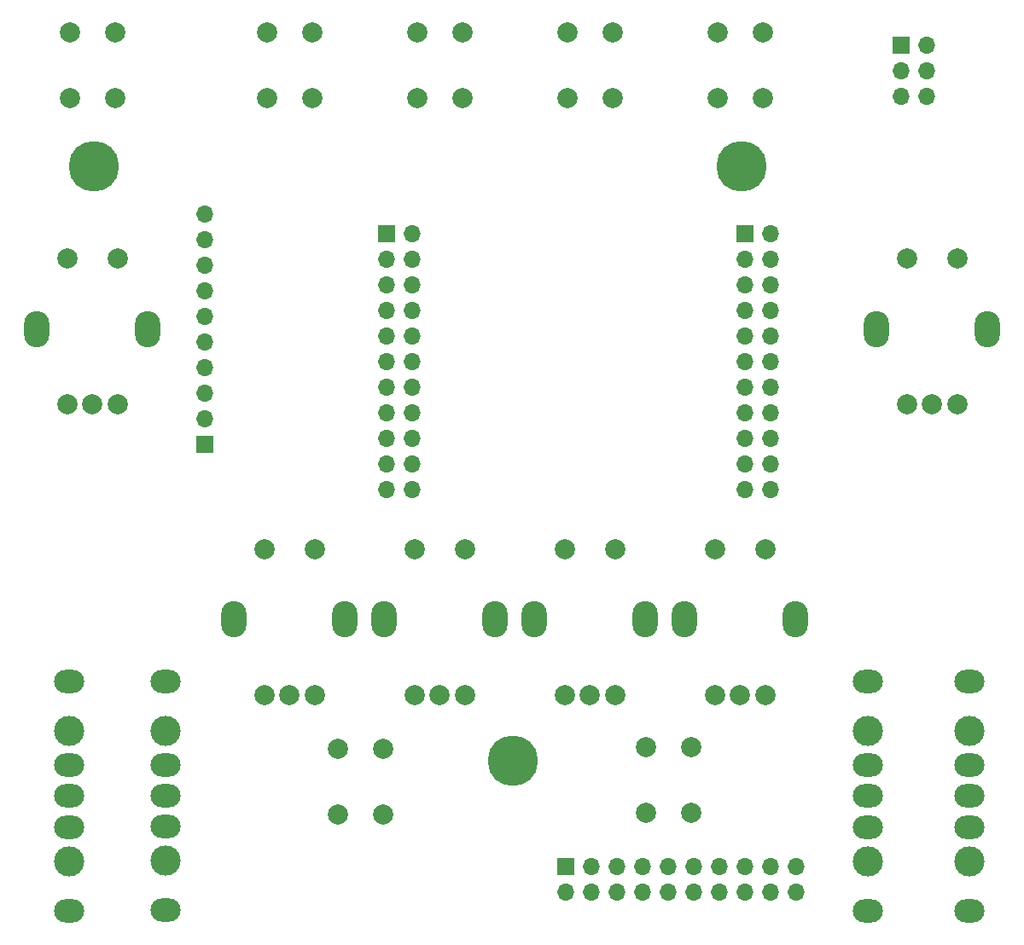
<source format=gbs>
G04 #@! TF.FileFunction,Soldermask,Bot*
%FSLAX46Y46*%
G04 Gerber Fmt 4.6, Leading zero omitted, Abs format (unit mm)*
G04 Created by KiCad (PCBNEW 4.0.6) date 08/23/17 09:08:23*
%MOMM*%
%LPD*%
G01*
G04 APERTURE LIST*
%ADD10C,0.100000*%
%ADD11R,1.700000X1.700000*%
%ADD12O,1.700000X1.700000*%
%ADD13C,3.000000*%
%ADD14O,3.000000X2.300000*%
%ADD15C,2.000000*%
%ADD16O,2.500000X3.600000*%
%ADD17C,5.000000*%
G04 APERTURE END LIST*
D10*
D11*
X116496000Y-94610000D03*
D12*
X116496000Y-92070000D03*
X116496000Y-89530000D03*
X116496000Y-86990000D03*
X116496000Y-84450000D03*
X116496000Y-81910000D03*
X116496000Y-79370000D03*
X116496000Y-76830000D03*
X116496000Y-74290000D03*
X116496000Y-71750000D03*
D11*
X185584000Y-54986000D03*
D12*
X188124000Y-54986000D03*
X185584000Y-57526000D03*
X188124000Y-57526000D03*
X185584000Y-60066000D03*
X188124000Y-60066000D03*
D13*
X103034000Y-123048000D03*
D14*
X103034000Y-129528000D03*
X103034000Y-126428000D03*
X103034000Y-118128000D03*
D13*
X103034000Y-136008000D03*
D14*
X103034000Y-129528000D03*
X103034000Y-132628000D03*
X103034000Y-140928000D03*
D13*
X112559000Y-123048000D03*
D14*
X112559000Y-129528000D03*
X112559000Y-126428000D03*
X112559000Y-118128000D03*
D13*
X112559000Y-135963000D03*
D14*
X112559000Y-129483000D03*
X112559000Y-132583000D03*
X112559000Y-140883000D03*
D13*
X182250000Y-123048000D03*
D14*
X182250000Y-129528000D03*
X182250000Y-126428000D03*
X182250000Y-118128000D03*
D13*
X182282000Y-136012000D03*
D14*
X182282000Y-129532000D03*
X182282000Y-132632000D03*
X182282000Y-140932000D03*
D13*
X192304000Y-123048000D03*
D14*
X192304000Y-129528000D03*
X192304000Y-126428000D03*
X192304000Y-118128000D03*
D13*
X192315000Y-136012000D03*
D14*
X192315000Y-129532000D03*
X192315000Y-132632000D03*
X192315000Y-140932000D03*
D11*
X152310000Y-136520000D03*
D12*
X152310000Y-139060000D03*
X154850000Y-136520000D03*
X154850000Y-139060000D03*
X157390000Y-136520000D03*
X157390000Y-139060000D03*
X159930000Y-136520000D03*
X159930000Y-139060000D03*
X162470000Y-136520000D03*
X162470000Y-139060000D03*
X165010000Y-136520000D03*
X165010000Y-139060000D03*
X167550000Y-136520000D03*
X167550000Y-139060000D03*
X170090000Y-136520000D03*
X170090000Y-139060000D03*
X172630000Y-136520000D03*
X172630000Y-139060000D03*
X175170000Y-136520000D03*
X175170000Y-139060000D03*
D11*
X134495000Y-73676000D03*
D12*
X137035000Y-73676000D03*
X134495000Y-76216000D03*
X137035000Y-76216000D03*
X134495000Y-78756000D03*
X137035000Y-78756000D03*
X134495000Y-81296000D03*
X137035000Y-81296000D03*
X134495000Y-83836000D03*
X137035000Y-83836000D03*
X134495000Y-86376000D03*
X137035000Y-86376000D03*
X134495000Y-88916000D03*
X137035000Y-88916000D03*
X134495000Y-91456000D03*
X137035000Y-91456000D03*
X134495000Y-93996000D03*
X137035000Y-93996000D03*
X134495000Y-96536000D03*
X137035000Y-96536000D03*
X134495000Y-99076000D03*
X137035000Y-99076000D03*
D11*
X170045000Y-73676000D03*
D12*
X172585000Y-73676000D03*
X170045000Y-76216000D03*
X172585000Y-76216000D03*
X170045000Y-78756000D03*
X172585000Y-78756000D03*
X170045000Y-81296000D03*
X172585000Y-81296000D03*
X170045000Y-83836000D03*
X172585000Y-83836000D03*
X170045000Y-86376000D03*
X172585000Y-86376000D03*
X170045000Y-88916000D03*
X172585000Y-88916000D03*
X170045000Y-91456000D03*
X172585000Y-91456000D03*
X170045000Y-93996000D03*
X172585000Y-93996000D03*
X170045000Y-96536000D03*
X172585000Y-96536000D03*
X170045000Y-99076000D03*
X172585000Y-99076000D03*
D15*
X122378000Y-119513000D03*
X124878000Y-119513000D03*
X127378000Y-119513000D03*
X122378000Y-105013000D03*
X127378000Y-105013000D03*
D16*
X119378000Y-112013000D03*
X130378000Y-112013000D03*
D15*
X137279333Y-119513000D03*
X139779333Y-119513000D03*
X142279333Y-119513000D03*
X137279333Y-105013000D03*
X142279333Y-105013000D03*
D16*
X134279333Y-112013000D03*
X145279333Y-112013000D03*
D15*
X102820000Y-90680000D03*
X105320000Y-90680000D03*
X107820000Y-90680000D03*
X102820000Y-76180000D03*
X107820000Y-76180000D03*
D16*
X99820000Y-83180000D03*
X110820000Y-83180000D03*
D15*
X152180666Y-119513000D03*
X154680666Y-119513000D03*
X157180666Y-119513000D03*
X152180666Y-105013000D03*
X157180666Y-105013000D03*
D16*
X149180666Y-112013000D03*
X160180666Y-112013000D03*
D15*
X167081999Y-119513000D03*
X169581999Y-119513000D03*
X172081999Y-119513000D03*
X167081999Y-105013000D03*
X172081999Y-105013000D03*
D16*
X164081999Y-112013000D03*
X175081999Y-112013000D03*
D15*
X186132000Y-90680000D03*
X188632000Y-90680000D03*
X191132000Y-90680000D03*
X186132000Y-76180000D03*
X191132000Y-76180000D03*
D16*
X183132000Y-83180000D03*
X194132000Y-83180000D03*
D15*
X160256000Y-124686000D03*
X160256000Y-131186000D03*
X164756000Y-124686000D03*
X164756000Y-131186000D03*
X129704000Y-124836000D03*
X129704000Y-131336000D03*
X134204000Y-124836000D03*
X134204000Y-131336000D03*
X103106000Y-53716000D03*
X103106000Y-60216000D03*
X107606000Y-53716000D03*
X107606000Y-60216000D03*
X122664000Y-53716000D03*
X122664000Y-60216000D03*
X127164000Y-53716000D03*
X127164000Y-60216000D03*
X137565333Y-53716000D03*
X137565333Y-60216000D03*
X142065333Y-53716000D03*
X142065333Y-60216000D03*
X152466666Y-53716000D03*
X152466666Y-60216000D03*
X156966666Y-53716000D03*
X156966666Y-60216000D03*
X167367999Y-53716000D03*
X167367999Y-60216000D03*
X171867999Y-53716000D03*
X171867999Y-60216000D03*
D17*
X169750000Y-67000000D03*
X105500000Y-67000000D03*
X147000000Y-126000000D03*
M02*

</source>
